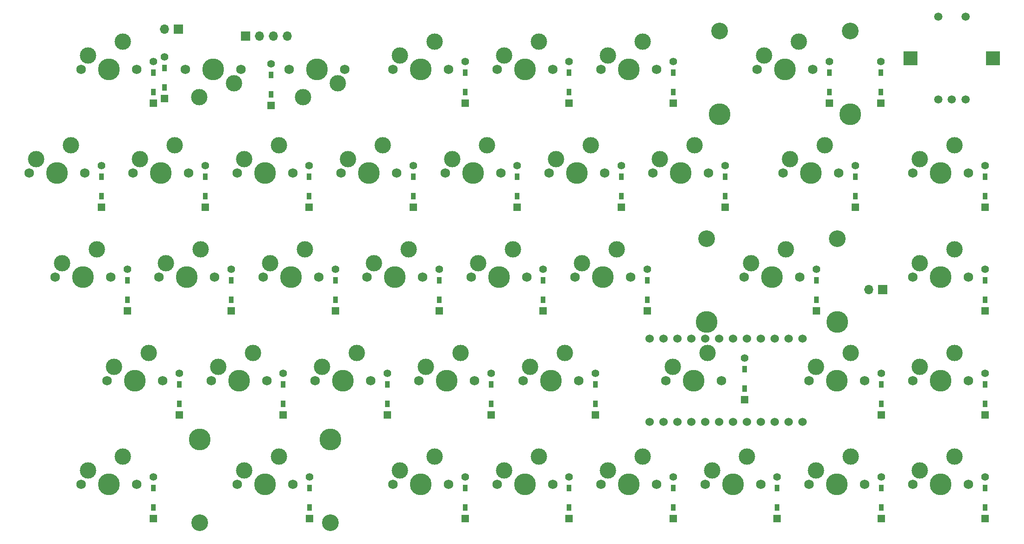
<source format=gbr>
%TF.GenerationSoftware,KiCad,Pcbnew,8.0.8*%
%TF.CreationDate,2025-04-15T16:41:43+09:00*%
%TF.ProjectId,sswkbd_right,7373776b-6264-45f7-9269-6768742e6b69,rev?*%
%TF.SameCoordinates,Original*%
%TF.FileFunction,Soldermask,Top*%
%TF.FilePolarity,Negative*%
%FSLAX46Y46*%
G04 Gerber Fmt 4.6, Leading zero omitted, Abs format (unit mm)*
G04 Created by KiCad (PCBNEW 8.0.8) date 2025-04-15 16:41:43*
%MOMM*%
%LPD*%
G01*
G04 APERTURE LIST*
%ADD10R,1.397000X1.397000*%
%ADD11R,0.950000X1.300000*%
%ADD12C,1.397000*%
%ADD13C,1.750000*%
%ADD14C,3.000000*%
%ADD15C,3.987800*%
%ADD16C,3.048000*%
%ADD17R,1.700000X1.700000*%
%ADD18O,1.700000X1.700000*%
%ADD19C,1.524000*%
%ADD20R,2.500000X2.500000*%
%ADD21C,1.500000*%
G04 APERTURE END LIST*
D10*
%TO.C,D32*%
X366509249Y-98964950D03*
D11*
X366509249Y-96929950D03*
X366509249Y-93379950D03*
D12*
X366509249Y-91344950D03*
%TD*%
D13*
%TO.C,SW13*%
X296333000Y-73760000D03*
D14*
X297603000Y-71220000D03*
D15*
X301413000Y-73760000D03*
D14*
X303953000Y-68680000D03*
D13*
X306493000Y-73760000D03*
%TD*%
D10*
%TO.C,D73*%
X243034249Y-156014950D03*
D11*
X243034249Y-153979950D03*
X243034249Y-150429950D03*
D12*
X243034249Y-148394950D03*
%TD*%
D10*
%TO.C,D46*%
X304759249Y-117989950D03*
D11*
X304759249Y-115954950D03*
X304759249Y-112404950D03*
D12*
X304759249Y-110369950D03*
%TD*%
D10*
%TO.C,D76*%
X309509249Y-156014950D03*
D11*
X309509249Y-153979950D03*
X309509249Y-150429950D03*
D12*
X309509249Y-148394950D03*
%TD*%
D10*
%TO.C,D74*%
X271509249Y-156014950D03*
D11*
X271509249Y-153979950D03*
X271509249Y-150429950D03*
D12*
X271509249Y-148394950D03*
%TD*%
D10*
%TO.C,D15*%
X347491000Y-79958000D03*
D11*
X347491000Y-77923000D03*
X347491000Y-74373000D03*
D12*
X347491000Y-72338000D03*
%TD*%
D10*
%TO.C,D44*%
X266759249Y-117989950D03*
D11*
X266759249Y-115954950D03*
X266759249Y-112404950D03*
D12*
X266759249Y-110369950D03*
%TD*%
D13*
%TO.C,SW28*%
X267833000Y-92760000D03*
D14*
X269103000Y-90220000D03*
D15*
X272913000Y-92760000D03*
D14*
X275453000Y-87680000D03*
D13*
X277993000Y-92760000D03*
%TD*%
%TO.C,SW75*%
X277333000Y-149760000D03*
D14*
X278603000Y-147220000D03*
D15*
X282413000Y-149760000D03*
D14*
X284953000Y-144680000D03*
D13*
X287493000Y-149760000D03*
%TD*%
D10*
%TO.C,D43*%
X247759249Y-117989950D03*
D11*
X247759249Y-115954950D03*
X247759249Y-112404950D03*
D12*
X247759249Y-110369950D03*
%TD*%
D10*
%TO.C,D41*%
X209759249Y-117989950D03*
D11*
X209759249Y-115954950D03*
X209759249Y-112404950D03*
D12*
X209759249Y-110369950D03*
%TD*%
D13*
%TO.C,SW8*%
X201333000Y-73760000D03*
D14*
X202603000Y-71220000D03*
D15*
X206413000Y-73760000D03*
D14*
X208953000Y-68680000D03*
D13*
X211493000Y-73760000D03*
%TD*%
%TO.C,SW26*%
X229833000Y-92760000D03*
D14*
X231103000Y-90220000D03*
D15*
X234913000Y-92760000D03*
D14*
X237453000Y-87680000D03*
D13*
X239993000Y-92760000D03*
%TD*%
D10*
%TO.C,D11*%
X271509249Y-79964950D03*
D11*
X271509249Y-77929950D03*
X271509249Y-74379950D03*
D12*
X271509249Y-72344950D03*
%TD*%
D13*
%TO.C,SW29*%
X286833000Y-92760000D03*
D14*
X288103000Y-90220000D03*
D15*
X291913000Y-92760000D03*
D14*
X294453000Y-87680000D03*
D13*
X296993000Y-92760000D03*
%TD*%
%TO.C,SW41*%
X196583000Y-111760000D03*
D14*
X197853000Y-109220000D03*
D15*
X201663000Y-111760000D03*
D14*
X204203000Y-106680000D03*
D13*
X206743000Y-111760000D03*
%TD*%
%TO.C,SW77*%
X315333000Y-149760000D03*
D14*
X316603000Y-147220000D03*
D15*
X320413000Y-149760000D03*
D14*
X322953000Y-144680000D03*
D13*
X325493000Y-149760000D03*
%TD*%
D15*
%TO.C,SW73*%
X223000000Y-141505000D03*
D16*
X223000000Y-156745000D03*
D13*
X229858000Y-149760000D03*
D14*
X231128000Y-147220000D03*
D15*
X234938000Y-149760000D03*
D14*
X237478000Y-144680000D03*
D13*
X240018000Y-149760000D03*
D15*
X246876000Y-141505000D03*
D16*
X246876000Y-156745000D03*
%TD*%
D13*
%TO.C,SW43*%
X234583000Y-111760000D03*
D14*
X235853000Y-109220000D03*
D15*
X239663000Y-111760000D03*
D14*
X242203000Y-106680000D03*
D13*
X244743000Y-111760000D03*
%TD*%
D10*
%TO.C,D59*%
X257259249Y-137014950D03*
D11*
X257259249Y-134979950D03*
X257259249Y-131429950D03*
D12*
X257259249Y-129394950D03*
%TD*%
D10*
%TO.C,D9*%
X216600000Y-79110000D03*
D11*
X216600000Y-77075000D03*
X216600000Y-73525000D03*
D12*
X216600000Y-71490000D03*
%TD*%
D10*
%TO.C,D42*%
X228759249Y-117989950D03*
D11*
X228759249Y-115954950D03*
X228759249Y-112404950D03*
D12*
X228759249Y-110369950D03*
%TD*%
D13*
%TO.C,SW76*%
X296333000Y-149760000D03*
D14*
X297603000Y-147220000D03*
D15*
X301413000Y-149760000D03*
D14*
X303953000Y-144680000D03*
D13*
X306493000Y-149760000D03*
%TD*%
D10*
%TO.C,D64*%
X366509249Y-137014950D03*
D11*
X366509249Y-134979950D03*
X366509249Y-131429950D03*
D12*
X366509249Y-129394950D03*
%TD*%
D13*
%TO.C,SW24*%
X191833000Y-92760000D03*
D14*
X193103000Y-90220000D03*
D15*
X196913000Y-92760000D03*
D14*
X199453000Y-87680000D03*
D13*
X201993000Y-92760000D03*
%TD*%
D17*
%TO.C,J4*%
X347775000Y-114100000D03*
D18*
X345235000Y-114100000D03*
%TD*%
D13*
%TO.C,SW10*%
X249493000Y-73760000D03*
D14*
X248223000Y-76300000D03*
D15*
X244413000Y-73760000D03*
D14*
X241873000Y-78840000D03*
D13*
X239333000Y-73760000D03*
%TD*%
%TO.C,SW79*%
X353333000Y-149760000D03*
D14*
X354603000Y-147220000D03*
D15*
X358413000Y-149760000D03*
D14*
X360953000Y-144680000D03*
D13*
X363493000Y-149760000D03*
%TD*%
%TO.C,SW78*%
X334333000Y-149760000D03*
D14*
X335603000Y-147220000D03*
D15*
X339413000Y-149760000D03*
D14*
X341953000Y-144680000D03*
D13*
X344493000Y-149760000D03*
%TD*%
D10*
%TO.C,D8*%
X214509249Y-79964950D03*
D11*
X214509249Y-77929950D03*
X214509249Y-74379950D03*
D12*
X214509249Y-72344950D03*
%TD*%
D10*
%TO.C,D45*%
X285759249Y-117989950D03*
D11*
X285759249Y-115954950D03*
X285759249Y-112404950D03*
D12*
X285759249Y-110369950D03*
%TD*%
D10*
%TO.C,D24*%
X205009249Y-98964950D03*
D11*
X205009249Y-96929950D03*
X205009249Y-93379950D03*
D12*
X205009249Y-91344950D03*
%TD*%
D13*
%TO.C,SW58*%
X225083000Y-130760000D03*
D14*
X226353000Y-128220000D03*
D15*
X230163000Y-130760000D03*
D14*
X232703000Y-125680000D03*
D13*
X235243000Y-130760000D03*
%TD*%
D10*
%TO.C,D26*%
X243009249Y-98964950D03*
D11*
X243009249Y-96929950D03*
X243009249Y-93379950D03*
D12*
X243009249Y-91344950D03*
%TD*%
D10*
%TO.C,D14*%
X338034249Y-79964950D03*
D11*
X338034249Y-77929950D03*
X338034249Y-74379950D03*
D12*
X338034249Y-72344950D03*
%TD*%
D10*
%TO.C,D12*%
X290509249Y-79964950D03*
D11*
X290509249Y-77929950D03*
X290509249Y-74379950D03*
D12*
X290509249Y-72344950D03*
%TD*%
D13*
%TO.C,SW59*%
X244083000Y-130760000D03*
D14*
X245353000Y-128220000D03*
D15*
X249163000Y-130760000D03*
D14*
X251703000Y-125680000D03*
D13*
X254243000Y-130760000D03*
%TD*%
%TO.C,SW64*%
X353333000Y-130760000D03*
D14*
X354603000Y-128220000D03*
D15*
X358413000Y-130760000D03*
D14*
X360953000Y-125680000D03*
D13*
X363493000Y-130760000D03*
%TD*%
D16*
%TO.C,SW14*%
X317975000Y-66775000D03*
D15*
X317975000Y-82015000D03*
D13*
X324833000Y-73760000D03*
D14*
X326103000Y-71220000D03*
D15*
X329913000Y-73760000D03*
D14*
X332453000Y-68680000D03*
D13*
X334993000Y-73760000D03*
D16*
X341851000Y-66775000D03*
D15*
X341851000Y-82015000D03*
%TD*%
D13*
%TO.C,SW63*%
X334333000Y-130760000D03*
D14*
X335603000Y-128220000D03*
D15*
X339413000Y-130760000D03*
D14*
X341953000Y-125680000D03*
D13*
X344493000Y-130760000D03*
%TD*%
D10*
%TO.C,D29*%
X300009249Y-98964950D03*
D11*
X300009249Y-96929950D03*
X300009249Y-93379950D03*
D12*
X300009249Y-91344950D03*
%TD*%
D13*
%TO.C,SW60*%
X263083000Y-130760000D03*
D14*
X264353000Y-128220000D03*
D15*
X268163000Y-130760000D03*
D14*
X270703000Y-125680000D03*
D13*
X273243000Y-130760000D03*
%TD*%
%TO.C,SW9*%
X230493000Y-73760000D03*
D14*
X229223000Y-76300000D03*
D15*
X225413000Y-73760000D03*
D14*
X222873000Y-78840000D03*
D13*
X220333000Y-73760000D03*
%TD*%
%TO.C,SW12*%
X277333000Y-73760000D03*
D14*
X278603000Y-71220000D03*
D15*
X282413000Y-73760000D03*
D14*
X284953000Y-68680000D03*
D13*
X287493000Y-73760000D03*
%TD*%
D10*
%TO.C,D47*%
X335659249Y-117989950D03*
D11*
X335659249Y-115954950D03*
X335659249Y-112404950D03*
D12*
X335659249Y-110369950D03*
%TD*%
D13*
%TO.C,SW27*%
X248833000Y-92760000D03*
D14*
X250103000Y-90220000D03*
D15*
X253913000Y-92760000D03*
D14*
X256453000Y-87680000D03*
D13*
X258993000Y-92760000D03*
%TD*%
D10*
%TO.C,D62*%
X322550000Y-134260000D03*
D11*
X322550000Y-132225000D03*
X322550000Y-128675000D03*
D12*
X322550000Y-126640000D03*
%TD*%
D10*
%TO.C,D48*%
X366509249Y-117989950D03*
D11*
X366509249Y-115954950D03*
X366509249Y-112404950D03*
D12*
X366509249Y-110369950D03*
%TD*%
D16*
%TO.C,SW47*%
X315600000Y-104775000D03*
D15*
X315600000Y-120015000D03*
D13*
X322458000Y-111760000D03*
D14*
X323728000Y-109220000D03*
D15*
X327538000Y-111760000D03*
D14*
X330078000Y-106680000D03*
D13*
X332618000Y-111760000D03*
D16*
X339476000Y-104775000D03*
D15*
X339476000Y-120015000D03*
%TD*%
D10*
%TO.C,D25*%
X224009249Y-98964950D03*
D11*
X224009249Y-96929950D03*
X224009249Y-93379950D03*
D12*
X224009249Y-91344950D03*
%TD*%
D10*
%TO.C,D28*%
X281009249Y-98964950D03*
D11*
X281009249Y-96929950D03*
X281009249Y-93379950D03*
D12*
X281009249Y-91344950D03*
%TD*%
D10*
%TO.C,D61*%
X295259249Y-137014950D03*
D11*
X295259249Y-134979950D03*
X295259249Y-131429950D03*
D12*
X295259249Y-129394950D03*
%TD*%
D17*
%TO.C,J3*%
X231340000Y-67700000D03*
D18*
X233880000Y-67700000D03*
X236420000Y-67700000D03*
X238960000Y-67700000D03*
%TD*%
D10*
%TO.C,D77*%
X328509249Y-156014950D03*
D11*
X328509249Y-153979950D03*
X328509249Y-150429950D03*
D12*
X328509249Y-148394950D03*
%TD*%
D19*
%TO.C,U2*%
X305200000Y-123090000D03*
X307740000Y-123090000D03*
X310280000Y-123090000D03*
X312820000Y-123090000D03*
X315360000Y-123090000D03*
X317900000Y-123090000D03*
X320440000Y-123090000D03*
X322980000Y-123090000D03*
X325520000Y-123090000D03*
X328060000Y-123090000D03*
X330600000Y-123090000D03*
X333140000Y-123090000D03*
X333140000Y-138310000D03*
X330600000Y-138310000D03*
X328060000Y-138310000D03*
X325520000Y-138310000D03*
X322980000Y-138310000D03*
X320440000Y-138310000D03*
X317900000Y-138310000D03*
X315360000Y-138310000D03*
X312820000Y-138310000D03*
X310280000Y-138310000D03*
X307740000Y-138310000D03*
X305200000Y-138310000D03*
%TD*%
D10*
%TO.C,D10*%
X236000000Y-80410000D03*
D11*
X236000000Y-78375000D03*
X236000000Y-74825000D03*
D12*
X236000000Y-72790000D03*
%TD*%
D10*
%TO.C,D57*%
X219259249Y-137014950D03*
D11*
X219259249Y-134979950D03*
X219259249Y-131429950D03*
D12*
X219259249Y-129394950D03*
%TD*%
D10*
%TO.C,D75*%
X290509249Y-156014950D03*
D11*
X290509249Y-153979950D03*
X290509249Y-150429950D03*
D12*
X290509249Y-148394950D03*
%TD*%
D13*
%TO.C,SW62*%
X308208000Y-130760000D03*
D14*
X309478000Y-128220000D03*
D15*
X313288000Y-130760000D03*
D14*
X315828000Y-125680000D03*
D13*
X318368000Y-130760000D03*
%TD*%
%TO.C,SW31*%
X329583000Y-92760000D03*
D14*
X330853000Y-90220000D03*
D15*
X334663000Y-92760000D03*
D14*
X337203000Y-87680000D03*
D13*
X339743000Y-92760000D03*
%TD*%
D10*
%TO.C,D60*%
X276259249Y-137014950D03*
D11*
X276259249Y-134979950D03*
X276259249Y-131429950D03*
D12*
X276259249Y-129394950D03*
%TD*%
D13*
%TO.C,SW61*%
X282083000Y-130760000D03*
D14*
X283353000Y-128220000D03*
D15*
X287163000Y-130760000D03*
D14*
X289703000Y-125680000D03*
D13*
X292243000Y-130760000D03*
%TD*%
%TO.C,SW48*%
X353333000Y-111760000D03*
D14*
X354603000Y-109220000D03*
D15*
X358413000Y-111760000D03*
D14*
X360953000Y-106680000D03*
D13*
X363493000Y-111760000D03*
%TD*%
D10*
%TO.C,D13*%
X309509249Y-79964950D03*
D11*
X309509249Y-77929950D03*
X309509249Y-74379950D03*
D12*
X309509249Y-72344950D03*
%TD*%
D10*
%TO.C,D27*%
X262009249Y-98964950D03*
D11*
X262009249Y-96929950D03*
X262009249Y-93379950D03*
D12*
X262009249Y-91344950D03*
%TD*%
D13*
%TO.C,SW30*%
X305833000Y-92760000D03*
D14*
X307103000Y-90220000D03*
D15*
X310913000Y-92760000D03*
D14*
X313453000Y-87680000D03*
D13*
X315993000Y-92760000D03*
%TD*%
%TO.C,SW32*%
X353333000Y-92760000D03*
D14*
X354603000Y-90220000D03*
D15*
X358413000Y-92760000D03*
D14*
X360953000Y-87680000D03*
D13*
X363493000Y-92760000D03*
%TD*%
%TO.C,SW11*%
X258333000Y-73760000D03*
D14*
X259603000Y-71220000D03*
D15*
X263413000Y-73760000D03*
D14*
X265953000Y-68680000D03*
D13*
X268493000Y-73760000D03*
%TD*%
%TO.C,SW25*%
X210833000Y-92760000D03*
D14*
X212103000Y-90220000D03*
D15*
X215913000Y-92760000D03*
D14*
X218453000Y-87680000D03*
D13*
X220993000Y-92760000D03*
%TD*%
D10*
%TO.C,D79*%
X366509249Y-156014950D03*
D11*
X366509249Y-153979950D03*
X366509249Y-150429950D03*
D12*
X366509249Y-148394950D03*
%TD*%
D13*
%TO.C,SW72*%
X201333000Y-149760000D03*
D14*
X202603000Y-147220000D03*
D15*
X206413000Y-149760000D03*
D14*
X208953000Y-144680000D03*
D13*
X211493000Y-149760000D03*
%TD*%
D17*
%TO.C,SW81*%
X219075000Y-66400000D03*
D18*
X216535000Y-66400000D03*
%TD*%
D10*
%TO.C,D78*%
X347509249Y-156014950D03*
D11*
X347509249Y-153979950D03*
X347509249Y-150429950D03*
D12*
X347509249Y-148394950D03*
%TD*%
D13*
%TO.C,SW44*%
X253583000Y-111760000D03*
D14*
X254853000Y-109220000D03*
D15*
X258663000Y-111760000D03*
D14*
X261203000Y-106680000D03*
D13*
X263743000Y-111760000D03*
%TD*%
D10*
%TO.C,D58*%
X238259249Y-137014950D03*
D11*
X238259249Y-134979950D03*
X238259249Y-131429950D03*
D12*
X238259249Y-129394950D03*
%TD*%
D13*
%TO.C,SW74*%
X258333000Y-149760000D03*
D14*
X259603000Y-147220000D03*
D15*
X263413000Y-149760000D03*
D14*
X265953000Y-144680000D03*
D13*
X268493000Y-149760000D03*
%TD*%
%TO.C,SW42*%
X215583000Y-111760000D03*
D14*
X216853000Y-109220000D03*
D15*
X220663000Y-111760000D03*
D14*
X223203000Y-106680000D03*
D13*
X225743000Y-111760000D03*
%TD*%
D10*
%TO.C,D31*%
X342784249Y-98964950D03*
D11*
X342784249Y-96929950D03*
X342784249Y-93379950D03*
D12*
X342784249Y-91344950D03*
%TD*%
D10*
%TO.C,D72*%
X214509249Y-156014950D03*
D11*
X214509249Y-153979950D03*
X214509249Y-150429950D03*
D12*
X214509249Y-148394950D03*
%TD*%
D13*
%TO.C,SW45*%
X272583000Y-111760000D03*
D14*
X273853000Y-109220000D03*
D15*
X277663000Y-111760000D03*
D14*
X280203000Y-106680000D03*
D13*
X282743000Y-111760000D03*
%TD*%
D10*
%TO.C,D30*%
X319009249Y-98964950D03*
D11*
X319009249Y-96929950D03*
X319009249Y-93379950D03*
D12*
X319009249Y-91344950D03*
%TD*%
D10*
%TO.C,D63*%
X347509249Y-137014950D03*
D11*
X347509249Y-134979950D03*
X347509249Y-131429950D03*
D12*
X347509249Y-129394950D03*
%TD*%
D13*
%TO.C,SW46*%
X291583000Y-111760000D03*
D14*
X292853000Y-109220000D03*
D15*
X296663000Y-111760000D03*
D14*
X299203000Y-106680000D03*
D13*
X301743000Y-111760000D03*
%TD*%
D20*
%TO.C,SW15*%
X367913000Y-71760000D03*
X352913000Y-71760000D03*
D21*
X357913000Y-79260000D03*
X362913000Y-79260000D03*
X360413000Y-79260000D03*
X362913000Y-64160000D03*
X357913000Y-64160000D03*
%TD*%
D13*
%TO.C,SW57*%
X206083000Y-130760000D03*
D14*
X207353000Y-128220000D03*
D15*
X211163000Y-130760000D03*
D14*
X213703000Y-125680000D03*
D13*
X216243000Y-130760000D03*
%TD*%
M02*

</source>
